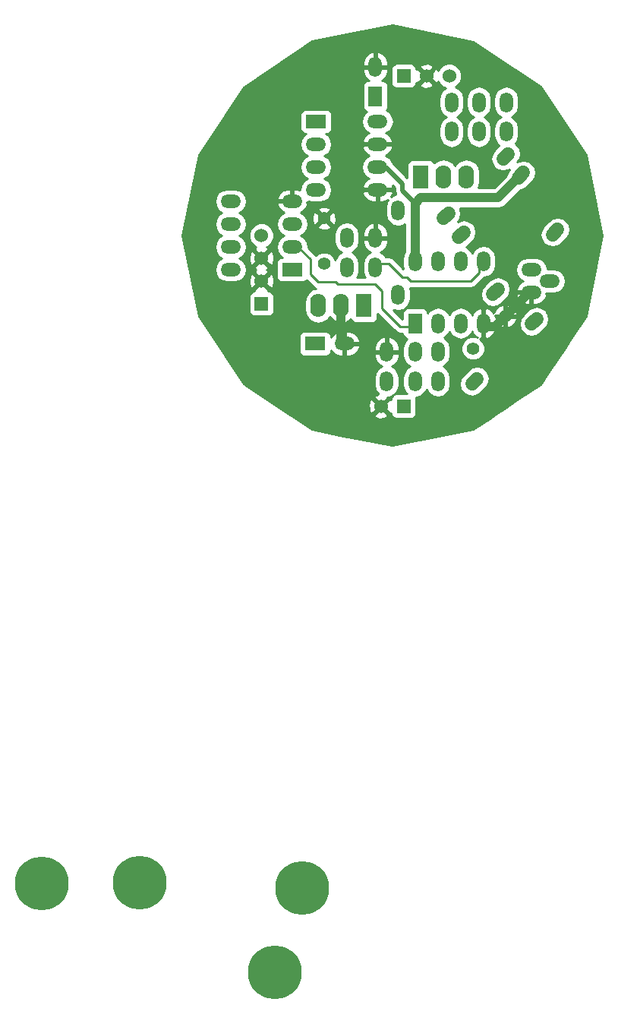
<source format=gbl>
G04 (created by PCBNEW (2013-07-07 BZR 4022)-stable) date 6/17/2014 7:27:18 PM*
%MOIN*%
G04 Gerber Fmt 3.4, Leading zero omitted, Abs format*
%FSLAX34Y34*%
G01*
G70*
G90*
G04 APERTURE LIST*
%ADD10C,0.00393701*%
%ADD11C,0.23622*%
%ADD12R,0.06X0.06*%
%ADD13C,0.06*%
%ADD14C,0.055*%
%ADD15O,0.0885X0.059*%
%ADD16R,0.069X0.1035*%
%ADD17O,0.069X0.1035*%
%ADD18O,0.059X0.0885*%
%ADD19C,0.059*%
%ADD20R,0.059X0.0885*%
%ADD21R,0.0885X0.059*%
%ADD22C,0.04*%
%ADD23C,0.02*%
%ADD24C,0.01*%
G04 APERTURE END LIST*
G54D10*
G54D11*
X81050Y-83150D03*
X79850Y-86850D03*
G54D12*
X79250Y-57500D03*
G54D13*
X79250Y-56500D03*
X79250Y-55500D03*
X79250Y-54500D03*
G54D12*
X85500Y-47500D03*
G54D13*
X86500Y-47500D03*
X87500Y-47500D03*
G54D12*
X85500Y-62000D03*
G54D13*
X84500Y-62000D03*
G54D14*
X82000Y-55750D03*
X82000Y-53750D03*
X88542Y-59457D03*
X89957Y-58042D03*
G54D15*
X91102Y-56000D03*
X91897Y-56500D03*
X91102Y-57000D03*
G54D16*
X86250Y-51922D03*
G54D17*
X87250Y-51922D03*
X88250Y-51922D03*
G54D16*
X83750Y-57577D03*
G54D17*
X82750Y-57577D03*
X81750Y-57577D03*
G54D18*
X86000Y-60897D03*
X86000Y-59602D03*
X84750Y-60897D03*
X84750Y-59602D03*
X87000Y-59602D03*
X87000Y-60897D03*
X87600Y-49947D03*
X87600Y-48652D03*
X88800Y-49947D03*
X88800Y-48652D03*
X90000Y-49947D03*
X90000Y-48652D03*
X84250Y-55897D03*
X84250Y-54602D03*
X83000Y-54602D03*
X83000Y-55897D03*
G54D19*
X90750Y-51750D02*
X90541Y-51958D01*
X88130Y-54369D02*
X87921Y-54578D01*
X88500Y-61000D02*
X88708Y-60791D01*
X91119Y-58380D02*
X91328Y-58171D01*
X92250Y-54250D02*
X92041Y-54458D01*
X89630Y-56869D02*
X89421Y-57078D01*
X87250Y-53750D02*
X87458Y-53541D01*
X89869Y-51130D02*
X90078Y-50921D01*
G54D18*
X85250Y-57102D03*
X85250Y-53397D03*
G54D11*
X69600Y-82950D03*
X73900Y-82900D03*
G54D20*
X84250Y-48397D03*
G54D18*
X84250Y-47102D03*
G54D21*
X81602Y-59250D03*
G54D15*
X82897Y-59250D03*
G54D21*
X81647Y-49500D03*
G54D15*
X81647Y-50500D03*
X81647Y-51500D03*
X81647Y-52500D03*
X84352Y-52500D03*
X84352Y-51500D03*
X84352Y-49500D03*
X84352Y-50500D03*
G54D21*
X80602Y-56000D03*
G54D15*
X80602Y-55000D03*
X80602Y-54000D03*
X80602Y-53000D03*
X77897Y-53000D03*
X77897Y-54000D03*
X77897Y-56000D03*
X77897Y-55000D03*
G54D20*
X86000Y-58352D03*
G54D18*
X87000Y-58352D03*
X88000Y-58352D03*
X89000Y-58352D03*
X89000Y-55647D03*
X88000Y-55647D03*
X86000Y-55647D03*
X87000Y-55647D03*
G54D22*
X90750Y-51750D02*
X89650Y-52850D01*
X86250Y-52850D02*
X86000Y-53100D01*
X89650Y-52850D02*
X86250Y-52850D01*
G54D23*
X84500Y-51500D02*
X84700Y-51500D01*
G54D22*
X86000Y-53100D02*
X86000Y-55500D01*
G54D23*
X85450Y-52550D02*
X86000Y-53100D01*
X85450Y-52250D02*
X85450Y-52550D01*
X84700Y-51500D02*
X85450Y-52250D01*
G54D22*
X82750Y-57750D02*
X82750Y-59250D01*
X89000Y-58500D02*
X89500Y-58500D01*
X89500Y-58500D02*
X89957Y-58042D01*
X91250Y-57000D02*
X91000Y-57000D01*
X91000Y-57000D02*
X89957Y-58042D01*
G54D24*
X88800Y-56150D02*
X88800Y-55700D01*
X84850Y-55750D02*
X85450Y-56350D01*
X85450Y-56350D02*
X85650Y-56350D01*
X85650Y-56350D02*
X85800Y-56500D01*
X85800Y-56500D02*
X88450Y-56500D01*
X88450Y-56500D02*
X88800Y-56150D01*
X84250Y-55750D02*
X84850Y-55750D01*
X88800Y-55700D02*
X89000Y-55500D01*
X80750Y-55000D02*
X80850Y-55000D01*
X85350Y-58500D02*
X86000Y-58500D01*
X84550Y-57700D02*
X85350Y-58500D01*
X84550Y-56950D02*
X84550Y-57700D01*
X84250Y-56650D02*
X84550Y-56950D01*
X82600Y-56650D02*
X84250Y-56650D01*
X82500Y-56550D02*
X82600Y-56650D01*
X81750Y-56550D02*
X82500Y-56550D01*
X81400Y-56200D02*
X81750Y-56550D01*
X81400Y-55550D02*
X81400Y-56200D01*
X80850Y-55000D02*
X81400Y-55550D01*
G54D10*
G36*
X94218Y-54500D02*
X93515Y-58018D01*
X92804Y-59083D01*
X92804Y-54240D01*
X92763Y-54031D01*
X92644Y-53855D01*
X92468Y-53736D01*
X92259Y-53695D01*
X92051Y-53736D01*
X91874Y-53855D01*
X91646Y-54082D01*
X91528Y-54259D01*
X91486Y-54468D01*
X91528Y-54676D01*
X91646Y-54853D01*
X91823Y-54971D01*
X92031Y-55013D01*
X92240Y-54971D01*
X92417Y-54853D01*
X92644Y-54625D01*
X92763Y-54448D01*
X92804Y-54240D01*
X92804Y-59083D01*
X92603Y-59385D01*
X92603Y-56500D01*
X92562Y-56291D01*
X92443Y-56114D01*
X92267Y-55996D01*
X92058Y-55955D01*
X91799Y-55955D01*
X91767Y-55791D01*
X91648Y-55614D01*
X91472Y-55496D01*
X91304Y-55463D01*
X91304Y-51740D01*
X91263Y-51531D01*
X91144Y-51355D01*
X90968Y-51236D01*
X90759Y-51195D01*
X90551Y-51236D01*
X90483Y-51281D01*
X90591Y-51120D01*
X90633Y-50911D01*
X90591Y-50703D01*
X90473Y-50526D01*
X90397Y-50475D01*
X90503Y-50317D01*
X90545Y-50108D01*
X90545Y-49786D01*
X90503Y-49577D01*
X90385Y-49401D01*
X90234Y-49300D01*
X90385Y-49198D01*
X90503Y-49022D01*
X90545Y-48813D01*
X90545Y-48491D01*
X90503Y-48282D01*
X90385Y-48106D01*
X90208Y-47987D01*
X90000Y-47946D01*
X89791Y-47987D01*
X89614Y-48106D01*
X89496Y-48282D01*
X89455Y-48491D01*
X89455Y-48813D01*
X89496Y-49022D01*
X89614Y-49198D01*
X89765Y-49300D01*
X89614Y-49401D01*
X89496Y-49577D01*
X89455Y-49786D01*
X89455Y-50108D01*
X89496Y-50317D01*
X89614Y-50493D01*
X89686Y-50542D01*
X89474Y-50754D01*
X89356Y-50931D01*
X89345Y-50990D01*
X89345Y-50108D01*
X89345Y-49786D01*
X89303Y-49577D01*
X89185Y-49401D01*
X89034Y-49300D01*
X89185Y-49198D01*
X89303Y-49022D01*
X89345Y-48813D01*
X89345Y-48491D01*
X89303Y-48282D01*
X89185Y-48106D01*
X89008Y-47987D01*
X88800Y-47946D01*
X88591Y-47987D01*
X88414Y-48106D01*
X88296Y-48282D01*
X88255Y-48491D01*
X88255Y-48813D01*
X88296Y-49022D01*
X88414Y-49198D01*
X88565Y-49300D01*
X88414Y-49401D01*
X88296Y-49577D01*
X88255Y-49786D01*
X88255Y-50108D01*
X88296Y-50317D01*
X88414Y-50493D01*
X88591Y-50612D01*
X88800Y-50653D01*
X89008Y-50612D01*
X89185Y-50493D01*
X89303Y-50317D01*
X89345Y-50108D01*
X89345Y-50990D01*
X89315Y-51139D01*
X89356Y-51348D01*
X89474Y-51525D01*
X89651Y-51643D01*
X89860Y-51684D01*
X90068Y-51643D01*
X90136Y-51598D01*
X90028Y-51759D01*
X90009Y-51854D01*
X89463Y-52400D01*
X88758Y-52400D01*
X88799Y-52337D01*
X88845Y-52110D01*
X88845Y-51734D01*
X88799Y-51507D01*
X88670Y-51314D01*
X88477Y-51185D01*
X88250Y-51139D01*
X88145Y-51160D01*
X88145Y-50108D01*
X88145Y-49786D01*
X88103Y-49577D01*
X87985Y-49401D01*
X87834Y-49300D01*
X87985Y-49198D01*
X88103Y-49022D01*
X88145Y-48813D01*
X88145Y-48491D01*
X88103Y-48282D01*
X87985Y-48106D01*
X87808Y-47987D01*
X87775Y-47981D01*
X87811Y-47966D01*
X87965Y-47811D01*
X88049Y-47609D01*
X88050Y-47391D01*
X87966Y-47188D01*
X87811Y-47034D01*
X87609Y-46950D01*
X87391Y-46949D01*
X87188Y-47033D01*
X87034Y-47188D01*
X87002Y-47263D01*
X86981Y-47212D01*
X86885Y-47184D01*
X86815Y-47255D01*
X86815Y-47114D01*
X86787Y-47018D01*
X86581Y-46945D01*
X86363Y-46956D01*
X86212Y-47018D01*
X86184Y-47114D01*
X86500Y-47429D01*
X86815Y-47114D01*
X86815Y-47255D01*
X86570Y-47500D01*
X86885Y-47815D01*
X86981Y-47787D01*
X87000Y-47732D01*
X87033Y-47811D01*
X87188Y-47965D01*
X87333Y-48026D01*
X87214Y-48106D01*
X87096Y-48282D01*
X87055Y-48491D01*
X87055Y-48813D01*
X87096Y-49022D01*
X87214Y-49198D01*
X87365Y-49300D01*
X87214Y-49401D01*
X87096Y-49577D01*
X87055Y-49786D01*
X87055Y-50108D01*
X87096Y-50317D01*
X87214Y-50493D01*
X87391Y-50612D01*
X87600Y-50653D01*
X87808Y-50612D01*
X87985Y-50493D01*
X88103Y-50317D01*
X88145Y-50108D01*
X88145Y-51160D01*
X88022Y-51185D01*
X87829Y-51314D01*
X87750Y-51432D01*
X87670Y-51314D01*
X87477Y-51185D01*
X87250Y-51139D01*
X87022Y-51185D01*
X86829Y-51314D01*
X86828Y-51315D01*
X86815Y-51283D01*
X86815Y-47885D01*
X86500Y-47570D01*
X86429Y-47641D01*
X86429Y-47500D01*
X86114Y-47184D01*
X86050Y-47203D01*
X86050Y-47150D01*
X86012Y-47058D01*
X85941Y-46988D01*
X85849Y-46950D01*
X85750Y-46949D01*
X85150Y-46949D01*
X85058Y-46987D01*
X84988Y-47058D01*
X84950Y-47150D01*
X84949Y-47249D01*
X84949Y-47849D01*
X84987Y-47941D01*
X85058Y-48011D01*
X85150Y-48049D01*
X85249Y-48050D01*
X85849Y-48050D01*
X85941Y-48012D01*
X86011Y-47941D01*
X86049Y-47849D01*
X86050Y-47796D01*
X86114Y-47815D01*
X86429Y-47500D01*
X86429Y-47641D01*
X86184Y-47885D01*
X86212Y-47981D01*
X86418Y-48054D01*
X86636Y-48043D01*
X86787Y-47981D01*
X86815Y-47885D01*
X86815Y-51283D01*
X86807Y-51263D01*
X86736Y-51193D01*
X86644Y-51155D01*
X86545Y-51154D01*
X85855Y-51154D01*
X85763Y-51192D01*
X85693Y-51263D01*
X85655Y-51355D01*
X85654Y-51454D01*
X85654Y-51959D01*
X85058Y-51363D01*
X85058Y-49500D01*
X85017Y-49291D01*
X84898Y-49114D01*
X84734Y-49004D01*
X84756Y-48981D01*
X84794Y-48889D01*
X84795Y-48790D01*
X84795Y-47905D01*
X84757Y-47813D01*
X84686Y-47743D01*
X84594Y-47705D01*
X84536Y-47704D01*
X84600Y-47670D01*
X84734Y-47504D01*
X84795Y-47300D01*
X84795Y-47152D01*
X84795Y-47052D01*
X84795Y-46905D01*
X84734Y-46700D01*
X84600Y-46534D01*
X84412Y-46432D01*
X84384Y-46426D01*
X84300Y-46475D01*
X84300Y-47052D01*
X84795Y-47052D01*
X84795Y-47152D01*
X84300Y-47152D01*
X84300Y-47160D01*
X84200Y-47160D01*
X84200Y-47152D01*
X84200Y-47052D01*
X84200Y-46475D01*
X84115Y-46426D01*
X84087Y-46432D01*
X83899Y-46534D01*
X83765Y-46700D01*
X83705Y-46905D01*
X83705Y-47052D01*
X84200Y-47052D01*
X84200Y-47152D01*
X83705Y-47152D01*
X83705Y-47300D01*
X83765Y-47504D01*
X83899Y-47670D01*
X83963Y-47704D01*
X83905Y-47704D01*
X83813Y-47742D01*
X83743Y-47813D01*
X83705Y-47905D01*
X83704Y-48004D01*
X83704Y-48889D01*
X83742Y-48981D01*
X83813Y-49051D01*
X83866Y-49074D01*
X83806Y-49114D01*
X83687Y-49291D01*
X83646Y-49500D01*
X83687Y-49708D01*
X83806Y-49885D01*
X83982Y-50003D01*
X83987Y-50004D01*
X83950Y-50015D01*
X83784Y-50149D01*
X83682Y-50337D01*
X83676Y-50365D01*
X83725Y-50450D01*
X84302Y-50450D01*
X84302Y-50442D01*
X84402Y-50442D01*
X84402Y-50450D01*
X84979Y-50450D01*
X85028Y-50365D01*
X85022Y-50337D01*
X84920Y-50149D01*
X84754Y-50015D01*
X84717Y-50004D01*
X84722Y-50003D01*
X84898Y-49885D01*
X85017Y-49708D01*
X85058Y-49500D01*
X85058Y-51363D01*
X85024Y-51329D01*
X85017Y-51291D01*
X84898Y-51114D01*
X84722Y-50996D01*
X84717Y-50995D01*
X84754Y-50984D01*
X84920Y-50850D01*
X85022Y-50662D01*
X85028Y-50634D01*
X84979Y-50550D01*
X84402Y-50550D01*
X84402Y-50557D01*
X84302Y-50557D01*
X84302Y-50550D01*
X83725Y-50550D01*
X83676Y-50634D01*
X83682Y-50662D01*
X83784Y-50850D01*
X83950Y-50984D01*
X83987Y-50995D01*
X83982Y-50996D01*
X83806Y-51114D01*
X83687Y-51291D01*
X83646Y-51500D01*
X83687Y-51708D01*
X83806Y-51885D01*
X83982Y-52003D01*
X83987Y-52004D01*
X83950Y-52015D01*
X83784Y-52149D01*
X83682Y-52337D01*
X83676Y-52365D01*
X83725Y-52450D01*
X84302Y-52450D01*
X84302Y-52442D01*
X84402Y-52442D01*
X84402Y-52450D01*
X84979Y-52450D01*
X85028Y-52365D01*
X85022Y-52337D01*
X84998Y-52293D01*
X85100Y-52394D01*
X85100Y-52550D01*
X85126Y-52683D01*
X85145Y-52712D01*
X85041Y-52732D01*
X84951Y-52792D01*
X85022Y-52662D01*
X85028Y-52634D01*
X84979Y-52550D01*
X84402Y-52550D01*
X84402Y-53045D01*
X84550Y-53045D01*
X84754Y-52984D01*
X84800Y-52947D01*
X84746Y-53027D01*
X84705Y-53236D01*
X84705Y-53558D01*
X84746Y-53767D01*
X84864Y-53943D01*
X85041Y-54062D01*
X85250Y-54103D01*
X85458Y-54062D01*
X85550Y-54000D01*
X85550Y-55197D01*
X85496Y-55277D01*
X85455Y-55486D01*
X85455Y-55808D01*
X85485Y-55961D01*
X85062Y-55537D01*
X84964Y-55472D01*
X84850Y-55450D01*
X84701Y-55450D01*
X84635Y-55351D01*
X84470Y-55240D01*
X84600Y-55170D01*
X84734Y-55004D01*
X84795Y-54800D01*
X84795Y-54652D01*
X84795Y-54552D01*
X84795Y-54405D01*
X84734Y-54200D01*
X84600Y-54034D01*
X84412Y-53932D01*
X84384Y-53926D01*
X84302Y-53973D01*
X84302Y-53045D01*
X84302Y-52550D01*
X83725Y-52550D01*
X83676Y-52634D01*
X83682Y-52662D01*
X83784Y-52850D01*
X83950Y-52984D01*
X84155Y-53045D01*
X84302Y-53045D01*
X84302Y-53973D01*
X84300Y-53975D01*
X84300Y-54552D01*
X84795Y-54552D01*
X84795Y-54652D01*
X84300Y-54652D01*
X84300Y-54660D01*
X84200Y-54660D01*
X84200Y-54652D01*
X84200Y-54552D01*
X84200Y-53975D01*
X84115Y-53926D01*
X84087Y-53932D01*
X83899Y-54034D01*
X83765Y-54200D01*
X83705Y-54405D01*
X83705Y-54552D01*
X84200Y-54552D01*
X84200Y-54652D01*
X83705Y-54652D01*
X83705Y-54800D01*
X83765Y-55004D01*
X83899Y-55170D01*
X84029Y-55240D01*
X83864Y-55351D01*
X83746Y-55527D01*
X83705Y-55736D01*
X83705Y-56058D01*
X83746Y-56267D01*
X83801Y-56350D01*
X83448Y-56350D01*
X83503Y-56267D01*
X83545Y-56058D01*
X83545Y-55736D01*
X83503Y-55527D01*
X83385Y-55351D01*
X83234Y-55250D01*
X83385Y-55148D01*
X83503Y-54972D01*
X83545Y-54763D01*
X83545Y-54441D01*
X83503Y-54232D01*
X83385Y-54056D01*
X83208Y-53937D01*
X83000Y-53896D01*
X82791Y-53937D01*
X82614Y-54056D01*
X82529Y-54182D01*
X82529Y-53825D01*
X82518Y-53617D01*
X82460Y-53477D01*
X82367Y-53452D01*
X82353Y-53467D01*
X82297Y-53523D01*
X82297Y-53382D01*
X82272Y-53289D01*
X82075Y-53220D01*
X81867Y-53231D01*
X81727Y-53289D01*
X81702Y-53382D01*
X82000Y-53679D01*
X82297Y-53382D01*
X82297Y-53523D01*
X82070Y-53750D01*
X82367Y-54047D01*
X82460Y-54022D01*
X82529Y-53825D01*
X82529Y-54182D01*
X82496Y-54232D01*
X82455Y-54441D01*
X82455Y-54763D01*
X82496Y-54972D01*
X82614Y-55148D01*
X82765Y-55250D01*
X82614Y-55351D01*
X82496Y-55527D01*
X82489Y-55560D01*
X82445Y-55453D01*
X82297Y-55305D01*
X82297Y-55304D01*
X82297Y-54117D01*
X82000Y-53820D01*
X81929Y-53891D01*
X81929Y-53750D01*
X81632Y-53452D01*
X81539Y-53477D01*
X81470Y-53674D01*
X81481Y-53882D01*
X81539Y-54022D01*
X81632Y-54047D01*
X81929Y-53750D01*
X81929Y-53891D01*
X81702Y-54117D01*
X81727Y-54210D01*
X81924Y-54279D01*
X82132Y-54268D01*
X82272Y-54210D01*
X82297Y-54117D01*
X82297Y-55304D01*
X82104Y-55225D01*
X81896Y-55224D01*
X81703Y-55304D01*
X81635Y-55372D01*
X81612Y-55337D01*
X81612Y-55337D01*
X81302Y-55028D01*
X81308Y-55000D01*
X81267Y-54791D01*
X81148Y-54614D01*
X80977Y-54500D01*
X81148Y-54385D01*
X81267Y-54208D01*
X81308Y-54000D01*
X81267Y-53791D01*
X81148Y-53614D01*
X80972Y-53496D01*
X80967Y-53495D01*
X81004Y-53484D01*
X81170Y-53350D01*
X81272Y-53162D01*
X81278Y-53134D01*
X81229Y-53050D01*
X81295Y-53050D01*
X81295Y-53006D01*
X81486Y-53045D01*
X81808Y-53045D01*
X82017Y-53003D01*
X82193Y-52885D01*
X82312Y-52708D01*
X82353Y-52500D01*
X82312Y-52291D01*
X82193Y-52114D01*
X82022Y-52000D01*
X82193Y-51885D01*
X82312Y-51708D01*
X82353Y-51500D01*
X82312Y-51291D01*
X82193Y-51114D01*
X82022Y-51000D01*
X82193Y-50885D01*
X82312Y-50708D01*
X82353Y-50500D01*
X82312Y-50291D01*
X82193Y-50114D01*
X82089Y-50045D01*
X82139Y-50045D01*
X82231Y-50007D01*
X82301Y-49936D01*
X82339Y-49844D01*
X82340Y-49745D01*
X82340Y-49155D01*
X82302Y-49063D01*
X82231Y-48993D01*
X82139Y-48955D01*
X82040Y-48954D01*
X81155Y-48954D01*
X81063Y-48992D01*
X80993Y-49063D01*
X80955Y-49155D01*
X80954Y-49254D01*
X80954Y-49844D01*
X80992Y-49936D01*
X81063Y-50006D01*
X81155Y-50044D01*
X81205Y-50045D01*
X81101Y-50114D01*
X80982Y-50291D01*
X80941Y-50500D01*
X80982Y-50708D01*
X81101Y-50885D01*
X81272Y-51000D01*
X81101Y-51114D01*
X80982Y-51291D01*
X80941Y-51500D01*
X80982Y-51708D01*
X81101Y-51885D01*
X81272Y-52000D01*
X81101Y-52114D01*
X80982Y-52291D01*
X80942Y-52497D01*
X80800Y-52455D01*
X80652Y-52455D01*
X80652Y-52950D01*
X80660Y-52950D01*
X80660Y-53050D01*
X80652Y-53050D01*
X80652Y-53057D01*
X80552Y-53057D01*
X80552Y-53050D01*
X80552Y-52950D01*
X80552Y-52455D01*
X80405Y-52455D01*
X80200Y-52515D01*
X80034Y-52649D01*
X79932Y-52837D01*
X79926Y-52865D01*
X79975Y-52950D01*
X80552Y-52950D01*
X80552Y-53050D01*
X79975Y-53050D01*
X79926Y-53134D01*
X79932Y-53162D01*
X80034Y-53350D01*
X80200Y-53484D01*
X80237Y-53495D01*
X80232Y-53496D01*
X80056Y-53614D01*
X79937Y-53791D01*
X79896Y-54000D01*
X79937Y-54208D01*
X80056Y-54385D01*
X80227Y-54500D01*
X80056Y-54614D01*
X79937Y-54791D01*
X79896Y-55000D01*
X79937Y-55208D01*
X80056Y-55385D01*
X80160Y-55454D01*
X80110Y-55454D01*
X80018Y-55492D01*
X79948Y-55563D01*
X79910Y-55655D01*
X79909Y-55754D01*
X79909Y-56344D01*
X79947Y-56436D01*
X80018Y-56506D01*
X80110Y-56544D01*
X80209Y-56545D01*
X81094Y-56545D01*
X81186Y-56507D01*
X81234Y-56458D01*
X81537Y-56762D01*
X81537Y-56762D01*
X81624Y-56819D01*
X81522Y-56840D01*
X81329Y-56969D01*
X81200Y-57162D01*
X81155Y-57389D01*
X81155Y-57765D01*
X81200Y-57992D01*
X81329Y-58185D01*
X81522Y-58314D01*
X81750Y-58360D01*
X81977Y-58314D01*
X82170Y-58185D01*
X82251Y-58064D01*
X82364Y-58206D01*
X82568Y-58318D01*
X82607Y-58327D01*
X82700Y-58280D01*
X82700Y-57627D01*
X82692Y-57627D01*
X82692Y-57527D01*
X82700Y-57527D01*
X82700Y-57519D01*
X82800Y-57519D01*
X82800Y-57527D01*
X82807Y-57527D01*
X82807Y-57627D01*
X82800Y-57627D01*
X82800Y-58280D01*
X82892Y-58327D01*
X82931Y-58318D01*
X83135Y-58206D01*
X83165Y-58168D01*
X83192Y-58236D01*
X83263Y-58306D01*
X83355Y-58344D01*
X83454Y-58345D01*
X84144Y-58345D01*
X84236Y-58307D01*
X84306Y-58236D01*
X84344Y-58144D01*
X84345Y-58045D01*
X84345Y-57919D01*
X85137Y-58712D01*
X85137Y-58712D01*
X85235Y-58777D01*
X85349Y-58799D01*
X85350Y-58800D01*
X85454Y-58800D01*
X85454Y-58844D01*
X85492Y-58936D01*
X85563Y-59006D01*
X85640Y-59038D01*
X85614Y-59056D01*
X85496Y-59232D01*
X85455Y-59441D01*
X85455Y-59763D01*
X85496Y-59972D01*
X85614Y-60148D01*
X85765Y-60250D01*
X85614Y-60351D01*
X85496Y-60527D01*
X85455Y-60736D01*
X85455Y-61058D01*
X85496Y-61267D01*
X85614Y-61443D01*
X85623Y-61449D01*
X85150Y-61449D01*
X85087Y-61476D01*
X85135Y-61443D01*
X85253Y-61267D01*
X85295Y-61058D01*
X85295Y-60736D01*
X85253Y-60527D01*
X85135Y-60351D01*
X84970Y-60240D01*
X85100Y-60170D01*
X85234Y-60004D01*
X85295Y-59800D01*
X85295Y-59652D01*
X85295Y-59552D01*
X85295Y-59405D01*
X85234Y-59200D01*
X85100Y-59034D01*
X84912Y-58932D01*
X84884Y-58926D01*
X84800Y-58975D01*
X84800Y-59552D01*
X85295Y-59552D01*
X85295Y-59652D01*
X84800Y-59652D01*
X84800Y-59660D01*
X84700Y-59660D01*
X84700Y-59652D01*
X84700Y-59552D01*
X84700Y-58975D01*
X84615Y-58926D01*
X84587Y-58932D01*
X84399Y-59034D01*
X84265Y-59200D01*
X84205Y-59405D01*
X84205Y-59552D01*
X84700Y-59552D01*
X84700Y-59652D01*
X84205Y-59652D01*
X84205Y-59800D01*
X84265Y-60004D01*
X84399Y-60170D01*
X84529Y-60240D01*
X84364Y-60351D01*
X84246Y-60527D01*
X84205Y-60736D01*
X84205Y-61058D01*
X84246Y-61267D01*
X84364Y-61443D01*
X84381Y-61455D01*
X84363Y-61456D01*
X84212Y-61518D01*
X84184Y-61614D01*
X84500Y-61929D01*
X84815Y-61614D01*
X84808Y-61591D01*
X84958Y-61562D01*
X85036Y-61510D01*
X84988Y-61558D01*
X84950Y-61650D01*
X84949Y-61703D01*
X84885Y-61684D01*
X84570Y-62000D01*
X84885Y-62315D01*
X84949Y-62296D01*
X84949Y-62349D01*
X84987Y-62441D01*
X85058Y-62511D01*
X85150Y-62549D01*
X85249Y-62550D01*
X85849Y-62550D01*
X85941Y-62512D01*
X86011Y-62441D01*
X86049Y-62349D01*
X86050Y-62250D01*
X86050Y-61650D01*
X86028Y-61597D01*
X86208Y-61562D01*
X86385Y-61443D01*
X86500Y-61272D01*
X86614Y-61443D01*
X86791Y-61562D01*
X87000Y-61603D01*
X87208Y-61562D01*
X87385Y-61443D01*
X87503Y-61267D01*
X87545Y-61058D01*
X87545Y-60736D01*
X87503Y-60527D01*
X87385Y-60351D01*
X87234Y-60250D01*
X87385Y-60148D01*
X87503Y-59972D01*
X87545Y-59763D01*
X87545Y-59441D01*
X87503Y-59232D01*
X87385Y-59056D01*
X87267Y-58977D01*
X87385Y-58898D01*
X87500Y-58727D01*
X87614Y-58898D01*
X87791Y-59017D01*
X88000Y-59058D01*
X88208Y-59017D01*
X88385Y-58898D01*
X88503Y-58722D01*
X88504Y-58717D01*
X88515Y-58754D01*
X88649Y-58920D01*
X88746Y-58973D01*
X88647Y-58932D01*
X88438Y-58932D01*
X88245Y-59011D01*
X88098Y-59159D01*
X88017Y-59352D01*
X88017Y-59561D01*
X88097Y-59754D01*
X88245Y-59901D01*
X88438Y-59982D01*
X88646Y-59982D01*
X88839Y-59902D01*
X88987Y-59754D01*
X89067Y-59561D01*
X89067Y-59353D01*
X88988Y-59160D01*
X88854Y-59025D01*
X88865Y-59028D01*
X88950Y-58979D01*
X88950Y-58402D01*
X88942Y-58402D01*
X88942Y-58302D01*
X88950Y-58302D01*
X88950Y-57725D01*
X88865Y-57676D01*
X88837Y-57682D01*
X88649Y-57784D01*
X88515Y-57950D01*
X88504Y-57987D01*
X88503Y-57982D01*
X88385Y-57806D01*
X88208Y-57687D01*
X88000Y-57646D01*
X87791Y-57687D01*
X87614Y-57806D01*
X87500Y-57977D01*
X87385Y-57806D01*
X87208Y-57687D01*
X87000Y-57646D01*
X86791Y-57687D01*
X86614Y-57806D01*
X86545Y-57910D01*
X86545Y-57860D01*
X86507Y-57768D01*
X86436Y-57698D01*
X86344Y-57660D01*
X86245Y-57659D01*
X85655Y-57659D01*
X85563Y-57697D01*
X85493Y-57768D01*
X85455Y-57860D01*
X85454Y-57959D01*
X85454Y-58180D01*
X85041Y-57766D01*
X85041Y-57767D01*
X85250Y-57808D01*
X85458Y-57767D01*
X85635Y-57648D01*
X85753Y-57472D01*
X85795Y-57263D01*
X85795Y-56941D01*
X85765Y-56793D01*
X85800Y-56800D01*
X88450Y-56800D01*
X88450Y-56799D01*
X88564Y-56777D01*
X88564Y-56777D01*
X88662Y-56712D01*
X89012Y-56362D01*
X89012Y-56362D01*
X89020Y-56349D01*
X89020Y-56349D01*
X89208Y-56312D01*
X89385Y-56193D01*
X89503Y-56017D01*
X89545Y-55808D01*
X89545Y-55486D01*
X89503Y-55277D01*
X89385Y-55101D01*
X89208Y-54982D01*
X89000Y-54941D01*
X88791Y-54982D01*
X88614Y-55101D01*
X88500Y-55272D01*
X88385Y-55101D01*
X88245Y-55007D01*
X88297Y-54973D01*
X88525Y-54745D01*
X88643Y-54568D01*
X88684Y-54360D01*
X88643Y-54151D01*
X88525Y-53974D01*
X88348Y-53856D01*
X88139Y-53815D01*
X87931Y-53856D01*
X87863Y-53901D01*
X87971Y-53740D01*
X88013Y-53531D01*
X87971Y-53323D01*
X87956Y-53300D01*
X89650Y-53300D01*
X89822Y-53265D01*
X89968Y-53168D01*
X90645Y-52490D01*
X90740Y-52471D01*
X90917Y-52353D01*
X91144Y-52125D01*
X91263Y-51948D01*
X91304Y-51740D01*
X91304Y-55463D01*
X91263Y-55455D01*
X90941Y-55455D01*
X90732Y-55496D01*
X90556Y-55614D01*
X90437Y-55791D01*
X90396Y-56000D01*
X90437Y-56208D01*
X90556Y-56385D01*
X90732Y-56503D01*
X90737Y-56504D01*
X90700Y-56515D01*
X90534Y-56649D01*
X90432Y-56837D01*
X90426Y-56865D01*
X90475Y-56950D01*
X91052Y-56950D01*
X91052Y-56942D01*
X91152Y-56942D01*
X91152Y-56950D01*
X91160Y-56950D01*
X91160Y-57050D01*
X91152Y-57050D01*
X91152Y-57545D01*
X91300Y-57545D01*
X91504Y-57484D01*
X91670Y-57350D01*
X91772Y-57162D01*
X91778Y-57134D01*
X91729Y-57050D01*
X91795Y-57050D01*
X91795Y-57045D01*
X92058Y-57045D01*
X92267Y-57003D01*
X92443Y-56885D01*
X92562Y-56708D01*
X92603Y-56500D01*
X92603Y-59385D01*
X91883Y-60465D01*
X91883Y-58161D01*
X91841Y-57953D01*
X91778Y-57858D01*
X91723Y-57776D01*
X91546Y-57658D01*
X91338Y-57616D01*
X91129Y-57658D01*
X91052Y-57709D01*
X91052Y-57545D01*
X91052Y-57050D01*
X90475Y-57050D01*
X90426Y-57134D01*
X90432Y-57162D01*
X90534Y-57350D01*
X90700Y-57484D01*
X90905Y-57545D01*
X91052Y-57545D01*
X91052Y-57709D01*
X90952Y-57776D01*
X90724Y-58004D01*
X90606Y-58181D01*
X90565Y-58389D01*
X90606Y-58598D01*
X90724Y-58775D01*
X90901Y-58893D01*
X91110Y-58934D01*
X91318Y-58893D01*
X91495Y-58775D01*
X91723Y-58547D01*
X91841Y-58370D01*
X91883Y-58161D01*
X91883Y-60465D01*
X91511Y-61022D01*
X90475Y-61713D01*
X90475Y-58175D01*
X90475Y-57910D01*
X90385Y-57721D01*
X90229Y-57582D01*
X90184Y-57563D01*
X90184Y-56860D01*
X90143Y-56651D01*
X90025Y-56474D01*
X89848Y-56356D01*
X89639Y-56315D01*
X89431Y-56356D01*
X89254Y-56474D01*
X89026Y-56702D01*
X88908Y-56879D01*
X88866Y-57088D01*
X88908Y-57296D01*
X89026Y-57473D01*
X89203Y-57591D01*
X89411Y-57633D01*
X89620Y-57591D01*
X89797Y-57473D01*
X90025Y-57245D01*
X90143Y-57068D01*
X90184Y-56860D01*
X90184Y-57563D01*
X90089Y-57524D01*
X90007Y-57572D01*
X90007Y-57992D01*
X90427Y-57992D01*
X90475Y-57910D01*
X90475Y-58175D01*
X90427Y-58092D01*
X90007Y-58092D01*
X90007Y-58513D01*
X90089Y-58561D01*
X90278Y-58471D01*
X90417Y-58315D01*
X90475Y-58175D01*
X90475Y-61713D01*
X89907Y-62092D01*
X89907Y-58513D01*
X89907Y-58092D01*
X89526Y-58092D01*
X89497Y-57992D01*
X89907Y-57992D01*
X89907Y-57572D01*
X89824Y-57524D01*
X89636Y-57614D01*
X89496Y-57770D01*
X89443Y-57899D01*
X89350Y-57784D01*
X89162Y-57682D01*
X89134Y-57676D01*
X89050Y-57725D01*
X89050Y-58302D01*
X89057Y-58302D01*
X89057Y-58402D01*
X89050Y-58402D01*
X89050Y-58979D01*
X89134Y-59028D01*
X89162Y-59022D01*
X89350Y-58920D01*
X89484Y-58754D01*
X89545Y-58550D01*
X89545Y-58402D01*
X89545Y-58402D01*
X89545Y-58378D01*
X89684Y-58503D01*
X89824Y-58561D01*
X89907Y-58513D01*
X89907Y-62092D01*
X89545Y-62334D01*
X89263Y-62522D01*
X89263Y-60781D01*
X89221Y-60573D01*
X89103Y-60396D01*
X88926Y-60278D01*
X88718Y-60236D01*
X88509Y-60278D01*
X88332Y-60396D01*
X88105Y-60624D01*
X87986Y-60801D01*
X87945Y-61009D01*
X87986Y-61218D01*
X88105Y-61394D01*
X88281Y-61513D01*
X88490Y-61554D01*
X88698Y-61513D01*
X88875Y-61394D01*
X89103Y-61167D01*
X89221Y-60990D01*
X89263Y-60781D01*
X89263Y-62522D01*
X88533Y-63008D01*
X84991Y-63716D01*
X84815Y-63681D01*
X84815Y-62385D01*
X84500Y-62070D01*
X84429Y-62141D01*
X84429Y-62000D01*
X84114Y-61684D01*
X84018Y-61712D01*
X83945Y-61918D01*
X83956Y-62136D01*
X84018Y-62287D01*
X84114Y-62315D01*
X84429Y-62000D01*
X84429Y-62141D01*
X84184Y-62385D01*
X84212Y-62481D01*
X84418Y-62554D01*
X84636Y-62543D01*
X84787Y-62481D01*
X84815Y-62385D01*
X84815Y-63681D01*
X83573Y-63433D01*
X83573Y-59384D01*
X83573Y-59115D01*
X83567Y-59087D01*
X83465Y-58899D01*
X83299Y-58765D01*
X83095Y-58705D01*
X82947Y-58705D01*
X82947Y-59200D01*
X83524Y-59200D01*
X83573Y-59115D01*
X83573Y-59384D01*
X83524Y-59300D01*
X82947Y-59300D01*
X82947Y-59795D01*
X83095Y-59795D01*
X83299Y-59734D01*
X83465Y-59600D01*
X83567Y-59412D01*
X83573Y-59384D01*
X83573Y-63433D01*
X82847Y-63288D01*
X82847Y-59795D01*
X82847Y-59300D01*
X82839Y-59300D01*
X82839Y-59200D01*
X82847Y-59200D01*
X82847Y-58705D01*
X82700Y-58705D01*
X82495Y-58765D01*
X82329Y-58899D01*
X82295Y-58963D01*
X82295Y-58905D01*
X82257Y-58813D01*
X82186Y-58743D01*
X82094Y-58705D01*
X81995Y-58704D01*
X81110Y-58704D01*
X81018Y-58742D01*
X80948Y-58813D01*
X80910Y-58905D01*
X80909Y-59004D01*
X80909Y-59594D01*
X80947Y-59686D01*
X81018Y-59756D01*
X81110Y-59794D01*
X81209Y-59795D01*
X82094Y-59795D01*
X82186Y-59757D01*
X82256Y-59686D01*
X82294Y-59594D01*
X82295Y-59536D01*
X82329Y-59600D01*
X82495Y-59734D01*
X82700Y-59795D01*
X82847Y-59795D01*
X82847Y-63288D01*
X81481Y-63015D01*
X79804Y-61896D01*
X79804Y-56581D01*
X79804Y-55581D01*
X79800Y-55488D01*
X79800Y-54391D01*
X79716Y-54188D01*
X79561Y-54034D01*
X79359Y-53950D01*
X79141Y-53949D01*
X78938Y-54033D01*
X78784Y-54188D01*
X78700Y-54390D01*
X78699Y-54608D01*
X78783Y-54811D01*
X78938Y-54965D01*
X79013Y-54997D01*
X78962Y-55018D01*
X78934Y-55114D01*
X79250Y-55429D01*
X79565Y-55114D01*
X79537Y-55018D01*
X79482Y-54999D01*
X79561Y-54966D01*
X79715Y-54811D01*
X79799Y-54609D01*
X79800Y-54391D01*
X79800Y-55488D01*
X79793Y-55363D01*
X79731Y-55212D01*
X79635Y-55184D01*
X79320Y-55500D01*
X79635Y-55815D01*
X79731Y-55787D01*
X79804Y-55581D01*
X79804Y-56581D01*
X79793Y-56363D01*
X79731Y-56212D01*
X79635Y-56184D01*
X79565Y-56255D01*
X79565Y-56114D01*
X79537Y-56018D01*
X79489Y-56001D01*
X79537Y-55981D01*
X79565Y-55885D01*
X79250Y-55570D01*
X79179Y-55641D01*
X79179Y-55500D01*
X78864Y-55184D01*
X78768Y-55212D01*
X78695Y-55418D01*
X78706Y-55636D01*
X78768Y-55787D01*
X78864Y-55815D01*
X79179Y-55500D01*
X79179Y-55641D01*
X78934Y-55885D01*
X78962Y-55981D01*
X79010Y-55998D01*
X78962Y-56018D01*
X78934Y-56114D01*
X79250Y-56429D01*
X79565Y-56114D01*
X79565Y-56255D01*
X79320Y-56500D01*
X79635Y-56815D01*
X79731Y-56787D01*
X79804Y-56581D01*
X79804Y-61896D01*
X79800Y-61893D01*
X79800Y-57750D01*
X79800Y-57150D01*
X79762Y-57058D01*
X79691Y-56988D01*
X79599Y-56950D01*
X79546Y-56949D01*
X79565Y-56885D01*
X79250Y-56570D01*
X79179Y-56641D01*
X79179Y-56500D01*
X78864Y-56184D01*
X78768Y-56212D01*
X78695Y-56418D01*
X78706Y-56636D01*
X78768Y-56787D01*
X78864Y-56815D01*
X79179Y-56500D01*
X79179Y-56641D01*
X78934Y-56885D01*
X78953Y-56949D01*
X78900Y-56949D01*
X78808Y-56987D01*
X78738Y-57058D01*
X78700Y-57150D01*
X78699Y-57249D01*
X78699Y-57849D01*
X78737Y-57941D01*
X78808Y-58011D01*
X78900Y-58049D01*
X78999Y-58050D01*
X79599Y-58050D01*
X79691Y-58012D01*
X79761Y-57941D01*
X79799Y-57849D01*
X79800Y-57750D01*
X79800Y-61893D01*
X78603Y-61095D01*
X78603Y-56000D01*
X78562Y-55791D01*
X78443Y-55614D01*
X78272Y-55500D01*
X78443Y-55385D01*
X78562Y-55208D01*
X78603Y-55000D01*
X78562Y-54791D01*
X78443Y-54614D01*
X78272Y-54500D01*
X78443Y-54385D01*
X78562Y-54208D01*
X78603Y-54000D01*
X78562Y-53791D01*
X78443Y-53614D01*
X78272Y-53500D01*
X78443Y-53385D01*
X78562Y-53208D01*
X78603Y-53000D01*
X78562Y-52791D01*
X78443Y-52614D01*
X78267Y-52496D01*
X78058Y-52455D01*
X77736Y-52455D01*
X77527Y-52496D01*
X77351Y-52614D01*
X77232Y-52791D01*
X77191Y-53000D01*
X77232Y-53208D01*
X77351Y-53385D01*
X77522Y-53500D01*
X77351Y-53614D01*
X77232Y-53791D01*
X77191Y-54000D01*
X77232Y-54208D01*
X77351Y-54385D01*
X77522Y-54500D01*
X77351Y-54614D01*
X77232Y-54791D01*
X77191Y-55000D01*
X77232Y-55208D01*
X77351Y-55385D01*
X77522Y-55500D01*
X77351Y-55614D01*
X77232Y-55791D01*
X77191Y-56000D01*
X77232Y-56208D01*
X77351Y-56385D01*
X77527Y-56503D01*
X77736Y-56545D01*
X78058Y-56545D01*
X78267Y-56503D01*
X78443Y-56385D01*
X78562Y-56208D01*
X78603Y-56000D01*
X78603Y-61095D01*
X78477Y-61011D01*
X76491Y-58033D01*
X75785Y-54500D01*
X76491Y-50966D01*
X78477Y-47988D01*
X81481Y-45984D01*
X84991Y-45283D01*
X88533Y-45991D01*
X91511Y-47977D01*
X93515Y-50981D01*
X94218Y-54500D01*
X94218Y-54500D01*
G37*
G54D24*
X94218Y-54500D02*
X93515Y-58018D01*
X92804Y-59083D01*
X92804Y-54240D01*
X92763Y-54031D01*
X92644Y-53855D01*
X92468Y-53736D01*
X92259Y-53695D01*
X92051Y-53736D01*
X91874Y-53855D01*
X91646Y-54082D01*
X91528Y-54259D01*
X91486Y-54468D01*
X91528Y-54676D01*
X91646Y-54853D01*
X91823Y-54971D01*
X92031Y-55013D01*
X92240Y-54971D01*
X92417Y-54853D01*
X92644Y-54625D01*
X92763Y-54448D01*
X92804Y-54240D01*
X92804Y-59083D01*
X92603Y-59385D01*
X92603Y-56500D01*
X92562Y-56291D01*
X92443Y-56114D01*
X92267Y-55996D01*
X92058Y-55955D01*
X91799Y-55955D01*
X91767Y-55791D01*
X91648Y-55614D01*
X91472Y-55496D01*
X91304Y-55463D01*
X91304Y-51740D01*
X91263Y-51531D01*
X91144Y-51355D01*
X90968Y-51236D01*
X90759Y-51195D01*
X90551Y-51236D01*
X90483Y-51281D01*
X90591Y-51120D01*
X90633Y-50911D01*
X90591Y-50703D01*
X90473Y-50526D01*
X90397Y-50475D01*
X90503Y-50317D01*
X90545Y-50108D01*
X90545Y-49786D01*
X90503Y-49577D01*
X90385Y-49401D01*
X90234Y-49300D01*
X90385Y-49198D01*
X90503Y-49022D01*
X90545Y-48813D01*
X90545Y-48491D01*
X90503Y-48282D01*
X90385Y-48106D01*
X90208Y-47987D01*
X90000Y-47946D01*
X89791Y-47987D01*
X89614Y-48106D01*
X89496Y-48282D01*
X89455Y-48491D01*
X89455Y-48813D01*
X89496Y-49022D01*
X89614Y-49198D01*
X89765Y-49300D01*
X89614Y-49401D01*
X89496Y-49577D01*
X89455Y-49786D01*
X89455Y-50108D01*
X89496Y-50317D01*
X89614Y-50493D01*
X89686Y-50542D01*
X89474Y-50754D01*
X89356Y-50931D01*
X89345Y-50990D01*
X89345Y-50108D01*
X89345Y-49786D01*
X89303Y-49577D01*
X89185Y-49401D01*
X89034Y-49300D01*
X89185Y-49198D01*
X89303Y-49022D01*
X89345Y-48813D01*
X89345Y-48491D01*
X89303Y-48282D01*
X89185Y-48106D01*
X89008Y-47987D01*
X88800Y-47946D01*
X88591Y-47987D01*
X88414Y-48106D01*
X88296Y-48282D01*
X88255Y-48491D01*
X88255Y-48813D01*
X88296Y-49022D01*
X88414Y-49198D01*
X88565Y-49300D01*
X88414Y-49401D01*
X88296Y-49577D01*
X88255Y-49786D01*
X88255Y-50108D01*
X88296Y-50317D01*
X88414Y-50493D01*
X88591Y-50612D01*
X88800Y-50653D01*
X89008Y-50612D01*
X89185Y-50493D01*
X89303Y-50317D01*
X89345Y-50108D01*
X89345Y-50990D01*
X89315Y-51139D01*
X89356Y-51348D01*
X89474Y-51525D01*
X89651Y-51643D01*
X89860Y-51684D01*
X90068Y-51643D01*
X90136Y-51598D01*
X90028Y-51759D01*
X90009Y-51854D01*
X89463Y-52400D01*
X88758Y-52400D01*
X88799Y-52337D01*
X88845Y-52110D01*
X88845Y-51734D01*
X88799Y-51507D01*
X88670Y-51314D01*
X88477Y-51185D01*
X88250Y-51139D01*
X88145Y-51160D01*
X88145Y-50108D01*
X88145Y-49786D01*
X88103Y-49577D01*
X87985Y-49401D01*
X87834Y-49300D01*
X87985Y-49198D01*
X88103Y-49022D01*
X88145Y-48813D01*
X88145Y-48491D01*
X88103Y-48282D01*
X87985Y-48106D01*
X87808Y-47987D01*
X87775Y-47981D01*
X87811Y-47966D01*
X87965Y-47811D01*
X88049Y-47609D01*
X88050Y-47391D01*
X87966Y-47188D01*
X87811Y-47034D01*
X87609Y-46950D01*
X87391Y-46949D01*
X87188Y-47033D01*
X87034Y-47188D01*
X87002Y-47263D01*
X86981Y-47212D01*
X86885Y-47184D01*
X86815Y-47255D01*
X86815Y-47114D01*
X86787Y-47018D01*
X86581Y-46945D01*
X86363Y-46956D01*
X86212Y-47018D01*
X86184Y-47114D01*
X86500Y-47429D01*
X86815Y-47114D01*
X86815Y-47255D01*
X86570Y-47500D01*
X86885Y-47815D01*
X86981Y-47787D01*
X87000Y-47732D01*
X87033Y-47811D01*
X87188Y-47965D01*
X87333Y-48026D01*
X87214Y-48106D01*
X87096Y-48282D01*
X87055Y-48491D01*
X87055Y-48813D01*
X87096Y-49022D01*
X87214Y-49198D01*
X87365Y-49300D01*
X87214Y-49401D01*
X87096Y-49577D01*
X87055Y-49786D01*
X87055Y-50108D01*
X87096Y-50317D01*
X87214Y-50493D01*
X87391Y-50612D01*
X87600Y-50653D01*
X87808Y-50612D01*
X87985Y-50493D01*
X88103Y-50317D01*
X88145Y-50108D01*
X88145Y-51160D01*
X88022Y-51185D01*
X87829Y-51314D01*
X87750Y-51432D01*
X87670Y-51314D01*
X87477Y-51185D01*
X87250Y-51139D01*
X87022Y-51185D01*
X86829Y-51314D01*
X86828Y-51315D01*
X86815Y-51283D01*
X86815Y-47885D01*
X86500Y-47570D01*
X86429Y-47641D01*
X86429Y-47500D01*
X86114Y-47184D01*
X86050Y-47203D01*
X86050Y-47150D01*
X86012Y-47058D01*
X85941Y-46988D01*
X85849Y-46950D01*
X85750Y-46949D01*
X85150Y-46949D01*
X85058Y-46987D01*
X84988Y-47058D01*
X84950Y-47150D01*
X84949Y-47249D01*
X84949Y-47849D01*
X84987Y-47941D01*
X85058Y-48011D01*
X85150Y-48049D01*
X85249Y-48050D01*
X85849Y-48050D01*
X85941Y-48012D01*
X86011Y-47941D01*
X86049Y-47849D01*
X86050Y-47796D01*
X86114Y-47815D01*
X86429Y-47500D01*
X86429Y-47641D01*
X86184Y-47885D01*
X86212Y-47981D01*
X86418Y-48054D01*
X86636Y-48043D01*
X86787Y-47981D01*
X86815Y-47885D01*
X86815Y-51283D01*
X86807Y-51263D01*
X86736Y-51193D01*
X86644Y-51155D01*
X86545Y-51154D01*
X85855Y-51154D01*
X85763Y-51192D01*
X85693Y-51263D01*
X85655Y-51355D01*
X85654Y-51454D01*
X85654Y-51959D01*
X85058Y-51363D01*
X85058Y-49500D01*
X85017Y-49291D01*
X84898Y-49114D01*
X84734Y-49004D01*
X84756Y-48981D01*
X84794Y-48889D01*
X84795Y-48790D01*
X84795Y-47905D01*
X84757Y-47813D01*
X84686Y-47743D01*
X84594Y-47705D01*
X84536Y-47704D01*
X84600Y-47670D01*
X84734Y-47504D01*
X84795Y-47300D01*
X84795Y-47152D01*
X84795Y-47052D01*
X84795Y-46905D01*
X84734Y-46700D01*
X84600Y-46534D01*
X84412Y-46432D01*
X84384Y-46426D01*
X84300Y-46475D01*
X84300Y-47052D01*
X84795Y-47052D01*
X84795Y-47152D01*
X84300Y-47152D01*
X84300Y-47160D01*
X84200Y-47160D01*
X84200Y-47152D01*
X84200Y-47052D01*
X84200Y-46475D01*
X84115Y-46426D01*
X84087Y-46432D01*
X83899Y-46534D01*
X83765Y-46700D01*
X83705Y-46905D01*
X83705Y-47052D01*
X84200Y-47052D01*
X84200Y-47152D01*
X83705Y-47152D01*
X83705Y-47300D01*
X83765Y-47504D01*
X83899Y-47670D01*
X83963Y-47704D01*
X83905Y-47704D01*
X83813Y-47742D01*
X83743Y-47813D01*
X83705Y-47905D01*
X83704Y-48004D01*
X83704Y-48889D01*
X83742Y-48981D01*
X83813Y-49051D01*
X83866Y-49074D01*
X83806Y-49114D01*
X83687Y-49291D01*
X83646Y-49500D01*
X83687Y-49708D01*
X83806Y-49885D01*
X83982Y-50003D01*
X83987Y-50004D01*
X83950Y-50015D01*
X83784Y-50149D01*
X83682Y-50337D01*
X83676Y-50365D01*
X83725Y-50450D01*
X84302Y-50450D01*
X84302Y-50442D01*
X84402Y-50442D01*
X84402Y-50450D01*
X84979Y-50450D01*
X85028Y-50365D01*
X85022Y-50337D01*
X84920Y-50149D01*
X84754Y-50015D01*
X84717Y-50004D01*
X84722Y-50003D01*
X84898Y-49885D01*
X85017Y-49708D01*
X85058Y-49500D01*
X85058Y-51363D01*
X85024Y-51329D01*
X85017Y-51291D01*
X84898Y-51114D01*
X84722Y-50996D01*
X84717Y-50995D01*
X84754Y-50984D01*
X84920Y-50850D01*
X85022Y-50662D01*
X85028Y-50634D01*
X84979Y-50550D01*
X84402Y-50550D01*
X84402Y-50557D01*
X84302Y-50557D01*
X84302Y-50550D01*
X83725Y-50550D01*
X83676Y-50634D01*
X83682Y-50662D01*
X83784Y-50850D01*
X83950Y-50984D01*
X83987Y-50995D01*
X83982Y-50996D01*
X83806Y-51114D01*
X83687Y-51291D01*
X83646Y-51500D01*
X83687Y-51708D01*
X83806Y-51885D01*
X83982Y-52003D01*
X83987Y-52004D01*
X83950Y-52015D01*
X83784Y-52149D01*
X83682Y-52337D01*
X83676Y-52365D01*
X83725Y-52450D01*
X84302Y-52450D01*
X84302Y-52442D01*
X84402Y-52442D01*
X84402Y-52450D01*
X84979Y-52450D01*
X85028Y-52365D01*
X85022Y-52337D01*
X84998Y-52293D01*
X85100Y-52394D01*
X85100Y-52550D01*
X85126Y-52683D01*
X85145Y-52712D01*
X85041Y-52732D01*
X84951Y-52792D01*
X85022Y-52662D01*
X85028Y-52634D01*
X84979Y-52550D01*
X84402Y-52550D01*
X84402Y-53045D01*
X84550Y-53045D01*
X84754Y-52984D01*
X84800Y-52947D01*
X84746Y-53027D01*
X84705Y-53236D01*
X84705Y-53558D01*
X84746Y-53767D01*
X84864Y-53943D01*
X85041Y-54062D01*
X85250Y-54103D01*
X85458Y-54062D01*
X85550Y-54000D01*
X85550Y-55197D01*
X85496Y-55277D01*
X85455Y-55486D01*
X85455Y-55808D01*
X85485Y-55961D01*
X85062Y-55537D01*
X84964Y-55472D01*
X84850Y-55450D01*
X84701Y-55450D01*
X84635Y-55351D01*
X84470Y-55240D01*
X84600Y-55170D01*
X84734Y-55004D01*
X84795Y-54800D01*
X84795Y-54652D01*
X84795Y-54552D01*
X84795Y-54405D01*
X84734Y-54200D01*
X84600Y-54034D01*
X84412Y-53932D01*
X84384Y-53926D01*
X84302Y-53973D01*
X84302Y-53045D01*
X84302Y-52550D01*
X83725Y-52550D01*
X83676Y-52634D01*
X83682Y-52662D01*
X83784Y-52850D01*
X83950Y-52984D01*
X84155Y-53045D01*
X84302Y-53045D01*
X84302Y-53973D01*
X84300Y-53975D01*
X84300Y-54552D01*
X84795Y-54552D01*
X84795Y-54652D01*
X84300Y-54652D01*
X84300Y-54660D01*
X84200Y-54660D01*
X84200Y-54652D01*
X84200Y-54552D01*
X84200Y-53975D01*
X84115Y-53926D01*
X84087Y-53932D01*
X83899Y-54034D01*
X83765Y-54200D01*
X83705Y-54405D01*
X83705Y-54552D01*
X84200Y-54552D01*
X84200Y-54652D01*
X83705Y-54652D01*
X83705Y-54800D01*
X83765Y-55004D01*
X83899Y-55170D01*
X84029Y-55240D01*
X83864Y-55351D01*
X83746Y-55527D01*
X83705Y-55736D01*
X83705Y-56058D01*
X83746Y-56267D01*
X83801Y-56350D01*
X83448Y-56350D01*
X83503Y-56267D01*
X83545Y-56058D01*
X83545Y-55736D01*
X83503Y-55527D01*
X83385Y-55351D01*
X83234Y-55250D01*
X83385Y-55148D01*
X83503Y-54972D01*
X83545Y-54763D01*
X83545Y-54441D01*
X83503Y-54232D01*
X83385Y-54056D01*
X83208Y-53937D01*
X83000Y-53896D01*
X82791Y-53937D01*
X82614Y-54056D01*
X82529Y-54182D01*
X82529Y-53825D01*
X82518Y-53617D01*
X82460Y-53477D01*
X82367Y-53452D01*
X82353Y-53467D01*
X82297Y-53523D01*
X82297Y-53382D01*
X82272Y-53289D01*
X82075Y-53220D01*
X81867Y-53231D01*
X81727Y-53289D01*
X81702Y-53382D01*
X82000Y-53679D01*
X82297Y-53382D01*
X82297Y-53523D01*
X82070Y-53750D01*
X82367Y-54047D01*
X82460Y-54022D01*
X82529Y-53825D01*
X82529Y-54182D01*
X82496Y-54232D01*
X82455Y-54441D01*
X82455Y-54763D01*
X82496Y-54972D01*
X82614Y-55148D01*
X82765Y-55250D01*
X82614Y-55351D01*
X82496Y-55527D01*
X82489Y-55560D01*
X82445Y-55453D01*
X82297Y-55305D01*
X82297Y-55304D01*
X82297Y-54117D01*
X82000Y-53820D01*
X81929Y-53891D01*
X81929Y-53750D01*
X81632Y-53452D01*
X81539Y-53477D01*
X81470Y-53674D01*
X81481Y-53882D01*
X81539Y-54022D01*
X81632Y-54047D01*
X81929Y-53750D01*
X81929Y-53891D01*
X81702Y-54117D01*
X81727Y-54210D01*
X81924Y-54279D01*
X82132Y-54268D01*
X82272Y-54210D01*
X82297Y-54117D01*
X82297Y-55304D01*
X82104Y-55225D01*
X81896Y-55224D01*
X81703Y-55304D01*
X81635Y-55372D01*
X81612Y-55337D01*
X81612Y-55337D01*
X81302Y-55028D01*
X81308Y-55000D01*
X81267Y-54791D01*
X81148Y-54614D01*
X80977Y-54500D01*
X81148Y-54385D01*
X81267Y-54208D01*
X81308Y-54000D01*
X81267Y-53791D01*
X81148Y-53614D01*
X80972Y-53496D01*
X80967Y-53495D01*
X81004Y-53484D01*
X81170Y-53350D01*
X81272Y-53162D01*
X81278Y-53134D01*
X81229Y-53050D01*
X81295Y-53050D01*
X81295Y-53006D01*
X81486Y-53045D01*
X81808Y-53045D01*
X82017Y-53003D01*
X82193Y-52885D01*
X82312Y-52708D01*
X82353Y-52500D01*
X82312Y-52291D01*
X82193Y-52114D01*
X82022Y-52000D01*
X82193Y-51885D01*
X82312Y-51708D01*
X82353Y-51500D01*
X82312Y-51291D01*
X82193Y-51114D01*
X82022Y-51000D01*
X82193Y-50885D01*
X82312Y-50708D01*
X82353Y-50500D01*
X82312Y-50291D01*
X82193Y-50114D01*
X82089Y-50045D01*
X82139Y-50045D01*
X82231Y-50007D01*
X82301Y-49936D01*
X82339Y-49844D01*
X82340Y-49745D01*
X82340Y-49155D01*
X82302Y-49063D01*
X82231Y-48993D01*
X82139Y-48955D01*
X82040Y-48954D01*
X81155Y-48954D01*
X81063Y-48992D01*
X80993Y-49063D01*
X80955Y-49155D01*
X80954Y-49254D01*
X80954Y-49844D01*
X80992Y-49936D01*
X81063Y-50006D01*
X81155Y-50044D01*
X81205Y-50045D01*
X81101Y-50114D01*
X80982Y-50291D01*
X80941Y-50500D01*
X80982Y-50708D01*
X81101Y-50885D01*
X81272Y-51000D01*
X81101Y-51114D01*
X80982Y-51291D01*
X80941Y-51500D01*
X80982Y-51708D01*
X81101Y-51885D01*
X81272Y-52000D01*
X81101Y-52114D01*
X80982Y-52291D01*
X80942Y-52497D01*
X80800Y-52455D01*
X80652Y-52455D01*
X80652Y-52950D01*
X80660Y-52950D01*
X80660Y-53050D01*
X80652Y-53050D01*
X80652Y-53057D01*
X80552Y-53057D01*
X80552Y-53050D01*
X80552Y-52950D01*
X80552Y-52455D01*
X80405Y-52455D01*
X80200Y-52515D01*
X80034Y-52649D01*
X79932Y-52837D01*
X79926Y-52865D01*
X79975Y-52950D01*
X80552Y-52950D01*
X80552Y-53050D01*
X79975Y-53050D01*
X79926Y-53134D01*
X79932Y-53162D01*
X80034Y-53350D01*
X80200Y-53484D01*
X80237Y-53495D01*
X80232Y-53496D01*
X80056Y-53614D01*
X79937Y-53791D01*
X79896Y-54000D01*
X79937Y-54208D01*
X80056Y-54385D01*
X80227Y-54500D01*
X80056Y-54614D01*
X79937Y-54791D01*
X79896Y-55000D01*
X79937Y-55208D01*
X80056Y-55385D01*
X80160Y-55454D01*
X80110Y-55454D01*
X80018Y-55492D01*
X79948Y-55563D01*
X79910Y-55655D01*
X79909Y-55754D01*
X79909Y-56344D01*
X79947Y-56436D01*
X80018Y-56506D01*
X80110Y-56544D01*
X80209Y-56545D01*
X81094Y-56545D01*
X81186Y-56507D01*
X81234Y-56458D01*
X81537Y-56762D01*
X81537Y-56762D01*
X81624Y-56819D01*
X81522Y-56840D01*
X81329Y-56969D01*
X81200Y-57162D01*
X81155Y-57389D01*
X81155Y-57765D01*
X81200Y-57992D01*
X81329Y-58185D01*
X81522Y-58314D01*
X81750Y-58360D01*
X81977Y-58314D01*
X82170Y-58185D01*
X82251Y-58064D01*
X82364Y-58206D01*
X82568Y-58318D01*
X82607Y-58327D01*
X82700Y-58280D01*
X82700Y-57627D01*
X82692Y-57627D01*
X82692Y-57527D01*
X82700Y-57527D01*
X82700Y-57519D01*
X82800Y-57519D01*
X82800Y-57527D01*
X82807Y-57527D01*
X82807Y-57627D01*
X82800Y-57627D01*
X82800Y-58280D01*
X82892Y-58327D01*
X82931Y-58318D01*
X83135Y-58206D01*
X83165Y-58168D01*
X83192Y-58236D01*
X83263Y-58306D01*
X83355Y-58344D01*
X83454Y-58345D01*
X84144Y-58345D01*
X84236Y-58307D01*
X84306Y-58236D01*
X84344Y-58144D01*
X84345Y-58045D01*
X84345Y-57919D01*
X85137Y-58712D01*
X85137Y-58712D01*
X85235Y-58777D01*
X85349Y-58799D01*
X85350Y-58800D01*
X85454Y-58800D01*
X85454Y-58844D01*
X85492Y-58936D01*
X85563Y-59006D01*
X85640Y-59038D01*
X85614Y-59056D01*
X85496Y-59232D01*
X85455Y-59441D01*
X85455Y-59763D01*
X85496Y-59972D01*
X85614Y-60148D01*
X85765Y-60250D01*
X85614Y-60351D01*
X85496Y-60527D01*
X85455Y-60736D01*
X85455Y-61058D01*
X85496Y-61267D01*
X85614Y-61443D01*
X85623Y-61449D01*
X85150Y-61449D01*
X85087Y-61476D01*
X85135Y-61443D01*
X85253Y-61267D01*
X85295Y-61058D01*
X85295Y-60736D01*
X85253Y-60527D01*
X85135Y-60351D01*
X84970Y-60240D01*
X85100Y-60170D01*
X85234Y-60004D01*
X85295Y-59800D01*
X85295Y-59652D01*
X85295Y-59552D01*
X85295Y-59405D01*
X85234Y-59200D01*
X85100Y-59034D01*
X84912Y-58932D01*
X84884Y-58926D01*
X84800Y-58975D01*
X84800Y-59552D01*
X85295Y-59552D01*
X85295Y-59652D01*
X84800Y-59652D01*
X84800Y-59660D01*
X84700Y-59660D01*
X84700Y-59652D01*
X84700Y-59552D01*
X84700Y-58975D01*
X84615Y-58926D01*
X84587Y-58932D01*
X84399Y-59034D01*
X84265Y-59200D01*
X84205Y-59405D01*
X84205Y-59552D01*
X84700Y-59552D01*
X84700Y-59652D01*
X84205Y-59652D01*
X84205Y-59800D01*
X84265Y-60004D01*
X84399Y-60170D01*
X84529Y-60240D01*
X84364Y-60351D01*
X84246Y-60527D01*
X84205Y-60736D01*
X84205Y-61058D01*
X84246Y-61267D01*
X84364Y-61443D01*
X84381Y-61455D01*
X84363Y-61456D01*
X84212Y-61518D01*
X84184Y-61614D01*
X84500Y-61929D01*
X84815Y-61614D01*
X84808Y-61591D01*
X84958Y-61562D01*
X85036Y-61510D01*
X84988Y-61558D01*
X84950Y-61650D01*
X84949Y-61703D01*
X84885Y-61684D01*
X84570Y-62000D01*
X84885Y-62315D01*
X84949Y-62296D01*
X84949Y-62349D01*
X84987Y-62441D01*
X85058Y-62511D01*
X85150Y-62549D01*
X85249Y-62550D01*
X85849Y-62550D01*
X85941Y-62512D01*
X86011Y-62441D01*
X86049Y-62349D01*
X86050Y-62250D01*
X86050Y-61650D01*
X86028Y-61597D01*
X86208Y-61562D01*
X86385Y-61443D01*
X86500Y-61272D01*
X86614Y-61443D01*
X86791Y-61562D01*
X87000Y-61603D01*
X87208Y-61562D01*
X87385Y-61443D01*
X87503Y-61267D01*
X87545Y-61058D01*
X87545Y-60736D01*
X87503Y-60527D01*
X87385Y-60351D01*
X87234Y-60250D01*
X87385Y-60148D01*
X87503Y-59972D01*
X87545Y-59763D01*
X87545Y-59441D01*
X87503Y-59232D01*
X87385Y-59056D01*
X87267Y-58977D01*
X87385Y-58898D01*
X87500Y-58727D01*
X87614Y-58898D01*
X87791Y-59017D01*
X88000Y-59058D01*
X88208Y-59017D01*
X88385Y-58898D01*
X88503Y-58722D01*
X88504Y-58717D01*
X88515Y-58754D01*
X88649Y-58920D01*
X88746Y-58973D01*
X88647Y-58932D01*
X88438Y-58932D01*
X88245Y-59011D01*
X88098Y-59159D01*
X88017Y-59352D01*
X88017Y-59561D01*
X88097Y-59754D01*
X88245Y-59901D01*
X88438Y-59982D01*
X88646Y-59982D01*
X88839Y-59902D01*
X88987Y-59754D01*
X89067Y-59561D01*
X89067Y-59353D01*
X88988Y-59160D01*
X88854Y-59025D01*
X88865Y-59028D01*
X88950Y-58979D01*
X88950Y-58402D01*
X88942Y-58402D01*
X88942Y-58302D01*
X88950Y-58302D01*
X88950Y-57725D01*
X88865Y-57676D01*
X88837Y-57682D01*
X88649Y-57784D01*
X88515Y-57950D01*
X88504Y-57987D01*
X88503Y-57982D01*
X88385Y-57806D01*
X88208Y-57687D01*
X88000Y-57646D01*
X87791Y-57687D01*
X87614Y-57806D01*
X87500Y-57977D01*
X87385Y-57806D01*
X87208Y-57687D01*
X87000Y-57646D01*
X86791Y-57687D01*
X86614Y-57806D01*
X86545Y-57910D01*
X86545Y-57860D01*
X86507Y-57768D01*
X86436Y-57698D01*
X86344Y-57660D01*
X86245Y-57659D01*
X85655Y-57659D01*
X85563Y-57697D01*
X85493Y-57768D01*
X85455Y-57860D01*
X85454Y-57959D01*
X85454Y-58180D01*
X85041Y-57766D01*
X85041Y-57767D01*
X85250Y-57808D01*
X85458Y-57767D01*
X85635Y-57648D01*
X85753Y-57472D01*
X85795Y-57263D01*
X85795Y-56941D01*
X85765Y-56793D01*
X85800Y-56800D01*
X88450Y-56800D01*
X88450Y-56799D01*
X88564Y-56777D01*
X88564Y-56777D01*
X88662Y-56712D01*
X89012Y-56362D01*
X89012Y-56362D01*
X89020Y-56349D01*
X89020Y-56349D01*
X89208Y-56312D01*
X89385Y-56193D01*
X89503Y-56017D01*
X89545Y-55808D01*
X89545Y-55486D01*
X89503Y-55277D01*
X89385Y-55101D01*
X89208Y-54982D01*
X89000Y-54941D01*
X88791Y-54982D01*
X88614Y-55101D01*
X88500Y-55272D01*
X88385Y-55101D01*
X88245Y-55007D01*
X88297Y-54973D01*
X88525Y-54745D01*
X88643Y-54568D01*
X88684Y-54360D01*
X88643Y-54151D01*
X88525Y-53974D01*
X88348Y-53856D01*
X88139Y-53815D01*
X87931Y-53856D01*
X87863Y-53901D01*
X87971Y-53740D01*
X88013Y-53531D01*
X87971Y-53323D01*
X87956Y-53300D01*
X89650Y-53300D01*
X89822Y-53265D01*
X89968Y-53168D01*
X90645Y-52490D01*
X90740Y-52471D01*
X90917Y-52353D01*
X91144Y-52125D01*
X91263Y-51948D01*
X91304Y-51740D01*
X91304Y-55463D01*
X91263Y-55455D01*
X90941Y-55455D01*
X90732Y-55496D01*
X90556Y-55614D01*
X90437Y-55791D01*
X90396Y-56000D01*
X90437Y-56208D01*
X90556Y-56385D01*
X90732Y-56503D01*
X90737Y-56504D01*
X90700Y-56515D01*
X90534Y-56649D01*
X90432Y-56837D01*
X90426Y-56865D01*
X90475Y-56950D01*
X91052Y-56950D01*
X91052Y-56942D01*
X91152Y-56942D01*
X91152Y-56950D01*
X91160Y-56950D01*
X91160Y-57050D01*
X91152Y-57050D01*
X91152Y-57545D01*
X91300Y-57545D01*
X91504Y-57484D01*
X91670Y-57350D01*
X91772Y-57162D01*
X91778Y-57134D01*
X91729Y-57050D01*
X91795Y-57050D01*
X91795Y-57045D01*
X92058Y-57045D01*
X92267Y-57003D01*
X92443Y-56885D01*
X92562Y-56708D01*
X92603Y-56500D01*
X92603Y-59385D01*
X91883Y-60465D01*
X91883Y-58161D01*
X91841Y-57953D01*
X91778Y-57858D01*
X91723Y-57776D01*
X91546Y-57658D01*
X91338Y-57616D01*
X91129Y-57658D01*
X91052Y-57709D01*
X91052Y-57545D01*
X91052Y-57050D01*
X90475Y-57050D01*
X90426Y-57134D01*
X90432Y-57162D01*
X90534Y-57350D01*
X90700Y-57484D01*
X90905Y-57545D01*
X91052Y-57545D01*
X91052Y-57709D01*
X90952Y-57776D01*
X90724Y-58004D01*
X90606Y-58181D01*
X90565Y-58389D01*
X90606Y-58598D01*
X90724Y-58775D01*
X90901Y-58893D01*
X91110Y-58934D01*
X91318Y-58893D01*
X91495Y-58775D01*
X91723Y-58547D01*
X91841Y-58370D01*
X91883Y-58161D01*
X91883Y-60465D01*
X91511Y-61022D01*
X90475Y-61713D01*
X90475Y-58175D01*
X90475Y-57910D01*
X90385Y-57721D01*
X90229Y-57582D01*
X90184Y-57563D01*
X90184Y-56860D01*
X90143Y-56651D01*
X90025Y-56474D01*
X89848Y-56356D01*
X89639Y-56315D01*
X89431Y-56356D01*
X89254Y-56474D01*
X89026Y-56702D01*
X88908Y-56879D01*
X88866Y-57088D01*
X88908Y-57296D01*
X89026Y-57473D01*
X89203Y-57591D01*
X89411Y-57633D01*
X89620Y-57591D01*
X89797Y-57473D01*
X90025Y-57245D01*
X90143Y-57068D01*
X90184Y-56860D01*
X90184Y-57563D01*
X90089Y-57524D01*
X90007Y-57572D01*
X90007Y-57992D01*
X90427Y-57992D01*
X90475Y-57910D01*
X90475Y-58175D01*
X90427Y-58092D01*
X90007Y-58092D01*
X90007Y-58513D01*
X90089Y-58561D01*
X90278Y-58471D01*
X90417Y-58315D01*
X90475Y-58175D01*
X90475Y-61713D01*
X89907Y-62092D01*
X89907Y-58513D01*
X89907Y-58092D01*
X89526Y-58092D01*
X89497Y-57992D01*
X89907Y-57992D01*
X89907Y-57572D01*
X89824Y-57524D01*
X89636Y-57614D01*
X89496Y-57770D01*
X89443Y-57899D01*
X89350Y-57784D01*
X89162Y-57682D01*
X89134Y-57676D01*
X89050Y-57725D01*
X89050Y-58302D01*
X89057Y-58302D01*
X89057Y-58402D01*
X89050Y-58402D01*
X89050Y-58979D01*
X89134Y-59028D01*
X89162Y-59022D01*
X89350Y-58920D01*
X89484Y-58754D01*
X89545Y-58550D01*
X89545Y-58402D01*
X89545Y-58402D01*
X89545Y-58378D01*
X89684Y-58503D01*
X89824Y-58561D01*
X89907Y-58513D01*
X89907Y-62092D01*
X89545Y-62334D01*
X89263Y-62522D01*
X89263Y-60781D01*
X89221Y-60573D01*
X89103Y-60396D01*
X88926Y-60278D01*
X88718Y-60236D01*
X88509Y-60278D01*
X88332Y-60396D01*
X88105Y-60624D01*
X87986Y-60801D01*
X87945Y-61009D01*
X87986Y-61218D01*
X88105Y-61394D01*
X88281Y-61513D01*
X88490Y-61554D01*
X88698Y-61513D01*
X88875Y-61394D01*
X89103Y-61167D01*
X89221Y-60990D01*
X89263Y-60781D01*
X89263Y-62522D01*
X88533Y-63008D01*
X84991Y-63716D01*
X84815Y-63681D01*
X84815Y-62385D01*
X84500Y-62070D01*
X84429Y-62141D01*
X84429Y-62000D01*
X84114Y-61684D01*
X84018Y-61712D01*
X83945Y-61918D01*
X83956Y-62136D01*
X84018Y-62287D01*
X84114Y-62315D01*
X84429Y-62000D01*
X84429Y-62141D01*
X84184Y-62385D01*
X84212Y-62481D01*
X84418Y-62554D01*
X84636Y-62543D01*
X84787Y-62481D01*
X84815Y-62385D01*
X84815Y-63681D01*
X83573Y-63433D01*
X83573Y-59384D01*
X83573Y-59115D01*
X83567Y-59087D01*
X83465Y-58899D01*
X83299Y-58765D01*
X83095Y-58705D01*
X82947Y-58705D01*
X82947Y-59200D01*
X83524Y-59200D01*
X83573Y-59115D01*
X83573Y-59384D01*
X83524Y-59300D01*
X82947Y-59300D01*
X82947Y-59795D01*
X83095Y-59795D01*
X83299Y-59734D01*
X83465Y-59600D01*
X83567Y-59412D01*
X83573Y-59384D01*
X83573Y-63433D01*
X82847Y-63288D01*
X82847Y-59795D01*
X82847Y-59300D01*
X82839Y-59300D01*
X82839Y-59200D01*
X82847Y-59200D01*
X82847Y-58705D01*
X82700Y-58705D01*
X82495Y-58765D01*
X82329Y-58899D01*
X82295Y-58963D01*
X82295Y-58905D01*
X82257Y-58813D01*
X82186Y-58743D01*
X82094Y-58705D01*
X81995Y-58704D01*
X81110Y-58704D01*
X81018Y-58742D01*
X80948Y-58813D01*
X80910Y-58905D01*
X80909Y-59004D01*
X80909Y-59594D01*
X80947Y-59686D01*
X81018Y-59756D01*
X81110Y-59794D01*
X81209Y-59795D01*
X82094Y-59795D01*
X82186Y-59757D01*
X82256Y-59686D01*
X82294Y-59594D01*
X82295Y-59536D01*
X82329Y-59600D01*
X82495Y-59734D01*
X82700Y-59795D01*
X82847Y-59795D01*
X82847Y-63288D01*
X81481Y-63015D01*
X79804Y-61896D01*
X79804Y-56581D01*
X79804Y-55581D01*
X79800Y-55488D01*
X79800Y-54391D01*
X79716Y-54188D01*
X79561Y-54034D01*
X79359Y-53950D01*
X79141Y-53949D01*
X78938Y-54033D01*
X78784Y-54188D01*
X78700Y-54390D01*
X78699Y-54608D01*
X78783Y-54811D01*
X78938Y-54965D01*
X79013Y-54997D01*
X78962Y-55018D01*
X78934Y-55114D01*
X79250Y-55429D01*
X79565Y-55114D01*
X79537Y-55018D01*
X79482Y-54999D01*
X79561Y-54966D01*
X79715Y-54811D01*
X79799Y-54609D01*
X79800Y-54391D01*
X79800Y-55488D01*
X79793Y-55363D01*
X79731Y-55212D01*
X79635Y-55184D01*
X79320Y-55500D01*
X79635Y-55815D01*
X79731Y-55787D01*
X79804Y-55581D01*
X79804Y-56581D01*
X79793Y-56363D01*
X79731Y-56212D01*
X79635Y-56184D01*
X79565Y-56255D01*
X79565Y-56114D01*
X79537Y-56018D01*
X79489Y-56001D01*
X79537Y-55981D01*
X79565Y-55885D01*
X79250Y-55570D01*
X79179Y-55641D01*
X79179Y-55500D01*
X78864Y-55184D01*
X78768Y-55212D01*
X78695Y-55418D01*
X78706Y-55636D01*
X78768Y-55787D01*
X78864Y-55815D01*
X79179Y-55500D01*
X79179Y-55641D01*
X78934Y-55885D01*
X78962Y-55981D01*
X79010Y-55998D01*
X78962Y-56018D01*
X78934Y-56114D01*
X79250Y-56429D01*
X79565Y-56114D01*
X79565Y-56255D01*
X79320Y-56500D01*
X79635Y-56815D01*
X79731Y-56787D01*
X79804Y-56581D01*
X79804Y-61896D01*
X79800Y-61893D01*
X79800Y-57750D01*
X79800Y-57150D01*
X79762Y-57058D01*
X79691Y-56988D01*
X79599Y-56950D01*
X79546Y-56949D01*
X79565Y-56885D01*
X79250Y-56570D01*
X79179Y-56641D01*
X79179Y-56500D01*
X78864Y-56184D01*
X78768Y-56212D01*
X78695Y-56418D01*
X78706Y-56636D01*
X78768Y-56787D01*
X78864Y-56815D01*
X79179Y-56500D01*
X79179Y-56641D01*
X78934Y-56885D01*
X78953Y-56949D01*
X78900Y-56949D01*
X78808Y-56987D01*
X78738Y-57058D01*
X78700Y-57150D01*
X78699Y-57249D01*
X78699Y-57849D01*
X78737Y-57941D01*
X78808Y-58011D01*
X78900Y-58049D01*
X78999Y-58050D01*
X79599Y-58050D01*
X79691Y-58012D01*
X79761Y-57941D01*
X79799Y-57849D01*
X79800Y-57750D01*
X79800Y-61893D01*
X78603Y-61095D01*
X78603Y-56000D01*
X78562Y-55791D01*
X78443Y-55614D01*
X78272Y-55500D01*
X78443Y-55385D01*
X78562Y-55208D01*
X78603Y-55000D01*
X78562Y-54791D01*
X78443Y-54614D01*
X78272Y-54500D01*
X78443Y-54385D01*
X78562Y-54208D01*
X78603Y-54000D01*
X78562Y-53791D01*
X78443Y-53614D01*
X78272Y-53500D01*
X78443Y-53385D01*
X78562Y-53208D01*
X78603Y-53000D01*
X78562Y-52791D01*
X78443Y-52614D01*
X78267Y-52496D01*
X78058Y-52455D01*
X77736Y-52455D01*
X77527Y-52496D01*
X77351Y-52614D01*
X77232Y-52791D01*
X77191Y-53000D01*
X77232Y-53208D01*
X77351Y-53385D01*
X77522Y-53500D01*
X77351Y-53614D01*
X77232Y-53791D01*
X77191Y-54000D01*
X77232Y-54208D01*
X77351Y-54385D01*
X77522Y-54500D01*
X77351Y-54614D01*
X77232Y-54791D01*
X77191Y-55000D01*
X77232Y-55208D01*
X77351Y-55385D01*
X77522Y-55500D01*
X77351Y-55614D01*
X77232Y-55791D01*
X77191Y-56000D01*
X77232Y-56208D01*
X77351Y-56385D01*
X77527Y-56503D01*
X77736Y-56545D01*
X78058Y-56545D01*
X78267Y-56503D01*
X78443Y-56385D01*
X78562Y-56208D01*
X78603Y-56000D01*
X78603Y-61095D01*
X78477Y-61011D01*
X76491Y-58033D01*
X75785Y-54500D01*
X76491Y-50966D01*
X78477Y-47988D01*
X81481Y-45984D01*
X84991Y-45283D01*
X88533Y-45991D01*
X91511Y-47977D01*
X93515Y-50981D01*
X94218Y-54500D01*
M02*

</source>
